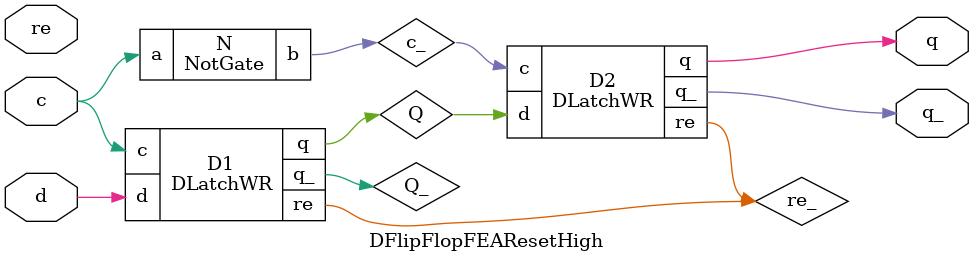
<source format=v>
module NotGate(a,b) ;

output b ;
input a ;

nand(b,a,a) ;

endmodule 

module AndGate(a,b,c) ;

output c ;
input a,b ;
wire x ;

nand(x,a,b) ;
nand(c,x,x) ; 

endmodule 

module OrGate(a,b,c) ;

output c ;
input a,b ;
wire x,y ;

nand(x,a,a) ;
nand(y,b,b) ;
nand(c,x,y) ;

endmodule 

module Mux2x1(a,b,s,c) ;

output c ;
input a,b,s ;
wire x,y,z ;

NotGate NG_1(s,z );
AndGate AG_1(a,z,x) ;
AndGate AG_2(b,s,y) ;
OrGate OG_1(x,y,c) ;

endmodule 

module Nand3(a,b,c,o) ;

output o ;
input a,b,c ;
wire x,y ;

AndGate A(a,b,x) ;
AndGate B(x,c,y) ;
NotGate C(y,o) ;

endmodule 

module DLatchWR(d,c,q,q_,re) ;

output q,q_,re ;
input d,c ;
wire c_,s,r,x,y,re_ ;

AndGate S(d,d,s) ;
NotGate R(d,r) ;

nand(x,c,s) ;
nand(y,c,r) ;
Nand3 N1(q_,x,1'b1,q) ;
Nand3 N2(q,y,re,q_) ;

endmodule 

module DFlipFlopFEAResetHigh(d,c,q,q_,re) ;

output q,q_ ;
input d,c,re ;
wire re_,Q,Q_ ;

NotGate R(re,re_) ;
NotGate N(c,c_) ;

DLatchWR D1(d,c,Q,Q_,re_) ;
DLatchWR D2(Q,c_,q,q_,re_) ;

endmodule 
</source>
